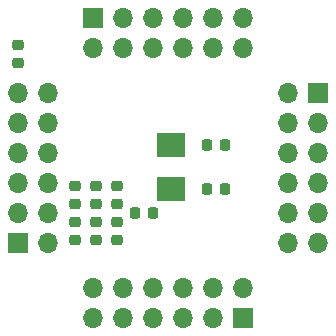
<source format=gbr>
%TF.GenerationSoftware,KiCad,Pcbnew,7.0.8*%
%TF.CreationDate,2024-01-12T13:09:39+01:00*%
%TF.ProjectId,adapter_STM32,61646170-7465-4725-9f53-544d33322e6b,rev?*%
%TF.SameCoordinates,Original*%
%TF.FileFunction,Soldermask,Bot*%
%TF.FilePolarity,Negative*%
%FSLAX46Y46*%
G04 Gerber Fmt 4.6, Leading zero omitted, Abs format (unit mm)*
G04 Created by KiCad (PCBNEW 7.0.8) date 2024-01-12 13:09:39*
%MOMM*%
%LPD*%
G01*
G04 APERTURE LIST*
G04 Aperture macros list*
%AMRoundRect*
0 Rectangle with rounded corners*
0 $1 Rounding radius*
0 $2 $3 $4 $5 $6 $7 $8 $9 X,Y pos of 4 corners*
0 Add a 4 corners polygon primitive as box body*
4,1,4,$2,$3,$4,$5,$6,$7,$8,$9,$2,$3,0*
0 Add four circle primitives for the rounded corners*
1,1,$1+$1,$2,$3*
1,1,$1+$1,$4,$5*
1,1,$1+$1,$6,$7*
1,1,$1+$1,$8,$9*
0 Add four rect primitives between the rounded corners*
20,1,$1+$1,$2,$3,$4,$5,0*
20,1,$1+$1,$4,$5,$6,$7,0*
20,1,$1+$1,$6,$7,$8,$9,0*
20,1,$1+$1,$8,$9,$2,$3,0*%
G04 Aperture macros list end*
%ADD10R,1.700000X1.700000*%
%ADD11O,1.700000X1.700000*%
%ADD12RoundRect,0.225000X0.250000X-0.225000X0.250000X0.225000X-0.250000X0.225000X-0.250000X-0.225000X0*%
%ADD13RoundRect,0.225000X-0.250000X0.225000X-0.250000X-0.225000X0.250000X-0.225000X0.250000X0.225000X0*%
%ADD14RoundRect,0.225000X0.225000X0.250000X-0.225000X0.250000X-0.225000X-0.250000X0.225000X-0.250000X0*%
%ADD15RoundRect,0.225000X-0.225000X-0.250000X0.225000X-0.250000X0.225000X0.250000X-0.225000X0.250000X0*%
%ADD16R,2.400000X2.000000*%
G04 APERTURE END LIST*
D10*
%TO.C,J4*%
X109220000Y-52070000D03*
D11*
X106680000Y-52070000D03*
X109220000Y-54610000D03*
X106680000Y-54610000D03*
X109220000Y-57150000D03*
X106680000Y-57150000D03*
X109220000Y-59690000D03*
X106680000Y-59690000D03*
X109220000Y-62230000D03*
X106680000Y-62230000D03*
X109220000Y-64770000D03*
X106680000Y-64770000D03*
%TD*%
D10*
%TO.C,J3*%
X90170000Y-45720000D03*
D11*
X90170000Y-48260000D03*
X92710000Y-45720000D03*
X92710000Y-48260000D03*
X95250000Y-45720000D03*
X95250000Y-48260000D03*
X97790000Y-45720000D03*
X97790000Y-48260000D03*
X100330000Y-45720000D03*
X100330000Y-48260000D03*
X102870000Y-45720000D03*
X102870000Y-48260000D03*
%TD*%
%TO.C,J2*%
X90170000Y-68580000D03*
X90170000Y-71120000D03*
X92710000Y-68580000D03*
X92710000Y-71120000D03*
X95250000Y-68580000D03*
X95250000Y-71120000D03*
X97790000Y-68580000D03*
X97790000Y-71120000D03*
X100330000Y-68580000D03*
X100330000Y-71120000D03*
X102870000Y-68580000D03*
D10*
X102870000Y-71120000D03*
%TD*%
%TO.C,J1*%
X83820000Y-64770000D03*
D11*
X86360000Y-64770000D03*
X83820000Y-62230000D03*
X86360000Y-62230000D03*
X83820000Y-59690000D03*
X86360000Y-59690000D03*
X83820000Y-57150000D03*
X86360000Y-57150000D03*
X83820000Y-54610000D03*
X86360000Y-54610000D03*
X83820000Y-52070000D03*
X86360000Y-52070000D03*
%TD*%
D12*
%TO.C,C14*%
X90424000Y-64542000D03*
X90424000Y-62992000D03*
%TD*%
%TO.C,C13*%
X92202000Y-64542000D03*
X92202000Y-62992000D03*
%TD*%
D13*
%TO.C,C3*%
X92202000Y-59944000D03*
X92202000Y-61494000D03*
%TD*%
%TO.C,C12*%
X88646000Y-59957000D03*
X88646000Y-61507000D03*
%TD*%
%TO.C,C7*%
X90424000Y-59957000D03*
X90424000Y-61507000D03*
%TD*%
D12*
%TO.C,C15*%
X88646000Y-64542000D03*
X88646000Y-62992000D03*
%TD*%
D14*
%TO.C,C16*%
X95250000Y-62230000D03*
X93700000Y-62230000D03*
%TD*%
D15*
%TO.C,C10*%
X99822000Y-56489600D03*
X101372000Y-56489600D03*
%TD*%
D12*
%TO.C,C1*%
X83820000Y-49543000D03*
X83820000Y-47993000D03*
%TD*%
D15*
%TO.C,C11*%
X99822000Y-60198000D03*
X101372000Y-60198000D03*
%TD*%
D16*
%TO.C,Y1*%
X96774000Y-56498000D03*
X96774000Y-60198000D03*
%TD*%
M02*

</source>
